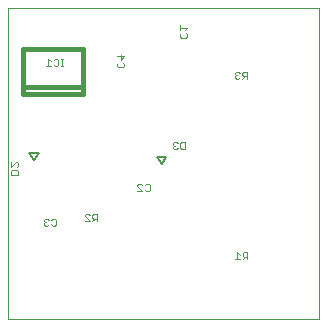
<source format=gbo>
G75*
%MOIN*%
%OFA0B0*%
%FSLAX25Y25*%
%IPPOS*%
%LPD*%
%AMOC8*
5,1,8,0,0,1.08239X$1,22.5*
%
%ADD10C,0.00000*%
%ADD11C,0.01600*%
%ADD12C,0.00400*%
%ADD13C,0.00600*%
D10*
X0003500Y0001000D02*
X0003500Y0104711D01*
X0107201Y0104711D01*
X0107201Y0001000D01*
X0003500Y0001000D01*
D11*
X0008500Y0076000D02*
X0008500Y0078500D01*
X0028500Y0078500D01*
X0028500Y0076000D01*
X0008500Y0076000D01*
X0008500Y0078500D02*
X0008500Y0091000D01*
X0028500Y0091000D01*
X0028500Y0078500D01*
D12*
X0022050Y0085450D02*
X0021264Y0085450D01*
X0021657Y0085450D02*
X0021657Y0087808D01*
X0022050Y0087808D02*
X0021264Y0087808D01*
X0020358Y0087415D02*
X0020358Y0085843D01*
X0019965Y0085450D01*
X0019179Y0085450D01*
X0018786Y0085843D01*
X0017821Y0085450D02*
X0016249Y0085450D01*
X0017035Y0085450D02*
X0017035Y0087808D01*
X0017821Y0087022D01*
X0018786Y0087415D02*
X0019179Y0087808D01*
X0019965Y0087808D01*
X0020358Y0087415D01*
X0039950Y0088667D02*
X0042308Y0088667D01*
X0041129Y0087488D01*
X0041129Y0089060D01*
X0041915Y0086522D02*
X0042308Y0086129D01*
X0042308Y0085343D01*
X0041915Y0084950D01*
X0040343Y0084950D01*
X0039950Y0085343D01*
X0039950Y0086129D01*
X0040343Y0086522D01*
X0060944Y0095268D02*
X0060944Y0096054D01*
X0061337Y0096447D01*
X0060944Y0097412D02*
X0060944Y0098984D01*
X0060944Y0098198D02*
X0063302Y0098198D01*
X0062516Y0097412D01*
X0062909Y0096447D02*
X0063302Y0096054D01*
X0063302Y0095268D01*
X0062909Y0094875D01*
X0061337Y0094875D01*
X0060944Y0095268D01*
X0079190Y0083165D02*
X0079190Y0082772D01*
X0079583Y0082379D01*
X0079190Y0081986D01*
X0079190Y0081593D01*
X0079583Y0081200D01*
X0080369Y0081200D01*
X0080762Y0081593D01*
X0081728Y0081200D02*
X0082514Y0081986D01*
X0082121Y0081986D02*
X0083300Y0081986D01*
X0083300Y0081200D02*
X0083300Y0083558D01*
X0082121Y0083558D01*
X0081728Y0083165D01*
X0081728Y0082379D01*
X0082121Y0081986D01*
X0080762Y0083165D02*
X0080369Y0083558D01*
X0079583Y0083558D01*
X0079190Y0083165D01*
X0079583Y0082379D02*
X0079976Y0082379D01*
X0062631Y0059995D02*
X0061452Y0059995D01*
X0061059Y0059602D01*
X0061059Y0058030D01*
X0061452Y0057637D01*
X0062631Y0057637D01*
X0062631Y0059995D01*
X0060093Y0059602D02*
X0059700Y0059995D01*
X0058914Y0059995D01*
X0058521Y0059602D01*
X0058521Y0059209D01*
X0058914Y0058816D01*
X0058521Y0058423D01*
X0058521Y0058030D01*
X0058914Y0057637D01*
X0059700Y0057637D01*
X0060093Y0058030D01*
X0059307Y0058816D02*
X0058914Y0058816D01*
X0050407Y0046058D02*
X0049621Y0046058D01*
X0049228Y0045665D01*
X0048262Y0045665D02*
X0047869Y0046058D01*
X0047083Y0046058D01*
X0046690Y0045665D01*
X0046690Y0045272D01*
X0048262Y0043700D01*
X0046690Y0043700D01*
X0049228Y0044093D02*
X0049621Y0043700D01*
X0050407Y0043700D01*
X0050800Y0044093D01*
X0050800Y0045665D01*
X0050407Y0046058D01*
X0033300Y0036058D02*
X0033300Y0033700D01*
X0033300Y0034486D02*
X0032121Y0034486D01*
X0031728Y0034879D01*
X0031728Y0035665D01*
X0032121Y0036058D01*
X0033300Y0036058D01*
X0032514Y0034486D02*
X0031728Y0033700D01*
X0030762Y0033700D02*
X0029190Y0035272D01*
X0029190Y0035665D01*
X0029583Y0036058D01*
X0030369Y0036058D01*
X0030762Y0035665D01*
X0030762Y0033700D02*
X0029190Y0033700D01*
X0019625Y0034159D02*
X0019625Y0032587D01*
X0019232Y0032194D01*
X0018446Y0032194D01*
X0018053Y0032587D01*
X0017088Y0032587D02*
X0016695Y0032194D01*
X0015909Y0032194D01*
X0015516Y0032587D01*
X0015516Y0032980D01*
X0015909Y0033373D01*
X0016302Y0033373D01*
X0015909Y0033373D02*
X0015516Y0033766D01*
X0015516Y0034159D01*
X0015909Y0034552D01*
X0016695Y0034552D01*
X0017088Y0034159D01*
X0018053Y0034159D02*
X0018446Y0034552D01*
X0019232Y0034552D01*
X0019625Y0034159D01*
X0006865Y0049206D02*
X0004507Y0049206D01*
X0004507Y0050384D01*
X0004900Y0050777D01*
X0006472Y0050777D01*
X0006865Y0050384D01*
X0006865Y0049206D01*
X0006472Y0051743D02*
X0006865Y0052136D01*
X0006865Y0052922D01*
X0006472Y0053315D01*
X0006079Y0053315D01*
X0004507Y0051743D01*
X0004507Y0053315D01*
X0080052Y0023302D02*
X0080052Y0020944D01*
X0080838Y0020944D02*
X0079266Y0020944D01*
X0080838Y0022516D02*
X0080052Y0023302D01*
X0081803Y0022909D02*
X0081803Y0022123D01*
X0082196Y0021730D01*
X0083375Y0021730D01*
X0082589Y0021730D02*
X0081803Y0020944D01*
X0083375Y0020944D02*
X0083375Y0023302D01*
X0082196Y0023302D01*
X0081803Y0022909D01*
D13*
X0054750Y0052781D02*
X0053175Y0055144D01*
X0056325Y0055144D01*
X0054750Y0052781D01*
X0013825Y0056394D02*
X0010675Y0056394D01*
X0012250Y0054031D01*
X0013825Y0056394D01*
M02*

</source>
